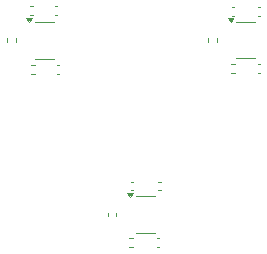
<source format=gbr>
%TF.GenerationSoftware,KiCad,Pcbnew,8.0.8-8.0.8-0~ubuntu22.04.1*%
%TF.CreationDate,2025-03-19T14:39:25-04:00*%
%TF.ProjectId,hpk_5mm,68706b5f-356d-46d2-9e6b-696361645f70,rev?*%
%TF.SameCoordinates,Original*%
%TF.FileFunction,Legend,Top*%
%TF.FilePolarity,Positive*%
%FSLAX46Y46*%
G04 Gerber Fmt 4.6, Leading zero omitted, Abs format (unit mm)*
G04 Created by KiCad (PCBNEW 8.0.8-8.0.8-0~ubuntu22.04.1) date 2025-03-19 14:39:25*
%MOMM*%
%LPD*%
G01*
G04 APERTURE LIST*
%ADD10C,0.120000*%
G04 APERTURE END LIST*
D10*
%TO.C,R12*%
X143320000Y-81146359D02*
X143320000Y-81453641D01*
X144080000Y-81146359D02*
X144080000Y-81453641D01*
%TO.C,C2*%
X139086036Y-63688000D02*
X138870364Y-63688000D01*
X139086036Y-64408000D02*
X138870364Y-64408000D01*
%TO.C,R8*%
X151861600Y-66380259D02*
X151861600Y-66687541D01*
X152621600Y-66380259D02*
X152621600Y-66687541D01*
%TO.C,C4*%
X136790364Y-63688000D02*
X137006036Y-63688000D01*
X136790364Y-64408000D02*
X137006036Y-64408000D01*
%TO.C,U2*%
X155041600Y-64973900D02*
X154241600Y-64973900D01*
X155041600Y-64973900D02*
X155841600Y-64973900D01*
X155041600Y-68093900D02*
X154241600Y-68093900D01*
X155041600Y-68093900D02*
X155841600Y-68093900D01*
X153741600Y-65023900D02*
X153501600Y-64693900D01*
X153981600Y-64693900D01*
X153741600Y-65023900D01*
G36*
X153741600Y-65023900D02*
G01*
X153501600Y-64693900D01*
X153981600Y-64693900D01*
X153741600Y-65023900D01*
G37*
%TO.C,U3*%
X146500000Y-79740000D02*
X145700000Y-79740000D01*
X146500000Y-79740000D02*
X147300000Y-79740000D01*
X146500000Y-82860000D02*
X145700000Y-82860000D01*
X146500000Y-82860000D02*
X147300000Y-82860000D01*
X145200000Y-79790000D02*
X144960000Y-79460000D01*
X145440000Y-79460000D01*
X145200000Y-79790000D01*
G36*
X145200000Y-79790000D02*
G01*
X144960000Y-79460000D01*
X145440000Y-79460000D01*
X145200000Y-79790000D01*
G37*
%TO.C,R3*%
X137151841Y-68668000D02*
X136844559Y-68668000D01*
X137151841Y-69428000D02*
X136844559Y-69428000D01*
%TO.C,C6*%
X156033764Y-63773900D02*
X156249436Y-63773900D01*
X156033764Y-64493900D02*
X156249436Y-64493900D01*
%TO.C,C8*%
X153833764Y-63773900D02*
X154049436Y-63773900D01*
X153833764Y-64493900D02*
X154049436Y-64493900D01*
%TO.C,C11*%
X147492164Y-83340000D02*
X147707836Y-83340000D01*
X147492164Y-84060000D02*
X147707836Y-84060000D01*
%TO.C,C10*%
X147592164Y-78540000D02*
X147807836Y-78540000D01*
X147592164Y-79260000D02*
X147807836Y-79260000D01*
%TO.C,R11*%
X145146359Y-83320000D02*
X145453641Y-83320000D01*
X145146359Y-84080000D02*
X145453641Y-84080000D01*
%TO.C,C3*%
X139010364Y-68688000D02*
X139226036Y-68688000D01*
X139010364Y-69408000D02*
X139226036Y-69408000D01*
%TO.C,R7*%
X153777959Y-68553900D02*
X154085241Y-68553900D01*
X153777959Y-69313900D02*
X154085241Y-69313900D01*
%TO.C,C7*%
X156053764Y-68573900D02*
X156269436Y-68573900D01*
X156053764Y-69293900D02*
X156269436Y-69293900D01*
%TO.C,C12*%
X145292164Y-78540000D02*
X145507836Y-78540000D01*
X145292164Y-79260000D02*
X145507836Y-79260000D01*
%TO.C,R4*%
X134818200Y-66394359D02*
X134818200Y-66701641D01*
X135578200Y-66394359D02*
X135578200Y-66701641D01*
%TO.C,U1*%
X137998200Y-64988000D02*
X137198200Y-64988000D01*
X137998200Y-64988000D02*
X138798200Y-64988000D01*
X137998200Y-68108000D02*
X137198200Y-68108000D01*
X137998200Y-68108000D02*
X138798200Y-68108000D01*
X136698200Y-65038000D02*
X136458200Y-64708000D01*
X136938200Y-64708000D01*
X136698200Y-65038000D01*
G36*
X136698200Y-65038000D02*
G01*
X136458200Y-64708000D01*
X136938200Y-64708000D01*
X136698200Y-65038000D01*
G37*
%TD*%
M02*

</source>
